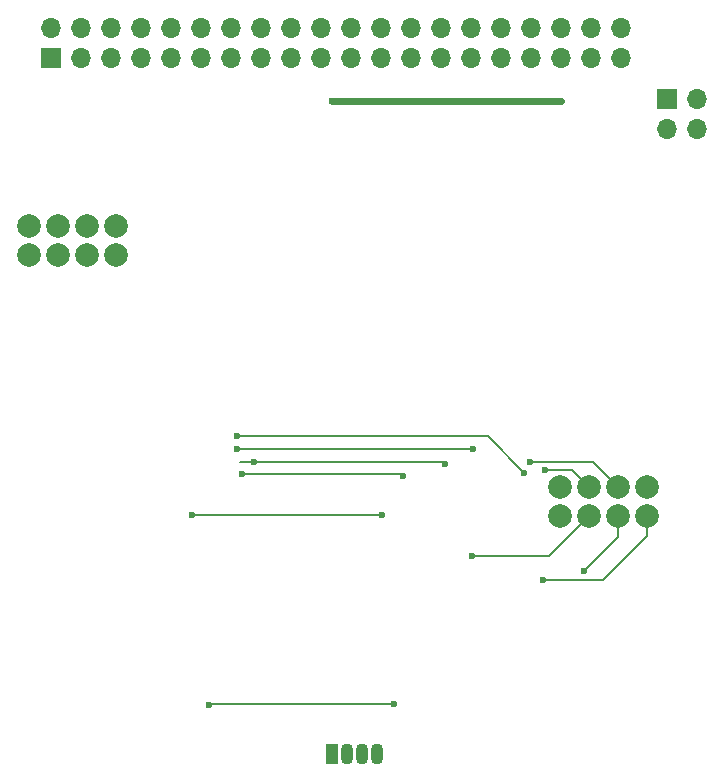
<source format=gbr>
G04 #@! TF.GenerationSoftware,KiCad,Pcbnew,8.0.2*
G04 #@! TF.CreationDate,2024-06-19T11:25:54-04:00*
G04 #@! TF.ProjectId,StringsVR-PiHat,53747269-6e67-4735-9652-2d5069486174,1*
G04 #@! TF.SameCoordinates,Original*
G04 #@! TF.FileFunction,Copper,L4,Bot*
G04 #@! TF.FilePolarity,Positive*
%FSLAX46Y46*%
G04 Gerber Fmt 4.6, Leading zero omitted, Abs format (unit mm)*
G04 Created by KiCad (PCBNEW 8.0.2) date 2024-06-19 11:25:54*
%MOMM*%
%LPD*%
G01*
G04 APERTURE LIST*
G04 #@! TA.AperFunction,ComponentPad*
%ADD10R,1.700000X1.700000*%
G04 #@! TD*
G04 #@! TA.AperFunction,ComponentPad*
%ADD11O,1.700000X1.700000*%
G04 #@! TD*
G04 #@! TA.AperFunction,ComponentPad*
%ADD12C,2.000000*%
G04 #@! TD*
G04 #@! TA.AperFunction,ComponentPad*
%ADD13R,1.070000X1.800000*%
G04 #@! TD*
G04 #@! TA.AperFunction,ComponentPad*
%ADD14O,1.070000X1.800000*%
G04 #@! TD*
G04 #@! TA.AperFunction,ViaPad*
%ADD15C,0.600000*%
G04 #@! TD*
G04 #@! TA.AperFunction,Conductor*
%ADD16C,0.600000*%
G04 #@! TD*
G04 #@! TA.AperFunction,Conductor*
%ADD17C,0.150000*%
G04 #@! TD*
G04 #@! TA.AperFunction,Conductor*
%ADD18C,0.200000*%
G04 #@! TD*
G04 APERTURE END LIST*
D10*
X175650000Y-79800000D03*
D11*
X178190000Y-79800000D03*
X175650000Y-82340000D03*
X178190000Y-82340000D03*
D12*
X128980000Y-90510000D03*
X126520000Y-90510000D03*
X124060000Y-90510000D03*
X121600000Y-90510000D03*
X129000000Y-92970000D03*
X126540000Y-92970000D03*
X124080000Y-92970000D03*
X121620000Y-92970000D03*
X166560000Y-115110000D03*
X169020000Y-115110000D03*
X171480000Y-115110000D03*
X173940000Y-115110000D03*
X166540000Y-112650000D03*
X169000000Y-112650000D03*
X171460000Y-112650000D03*
X173920000Y-112650000D03*
D13*
X147220000Y-135210000D03*
D14*
X148490000Y-135210000D03*
X149760000Y-135210000D03*
X151030000Y-135210000D03*
D10*
X123420000Y-76310000D03*
D11*
X123420000Y-73770000D03*
X125960000Y-76310000D03*
X125960000Y-73770000D03*
X128500000Y-76310000D03*
X128500000Y-73770000D03*
X131040000Y-76310000D03*
X131040000Y-73770000D03*
X133580000Y-76310000D03*
X133580000Y-73770000D03*
X136120000Y-76310000D03*
X136120000Y-73770000D03*
X138660000Y-76310000D03*
X138660000Y-73770000D03*
X141200000Y-76310000D03*
X141200000Y-73770000D03*
X143740000Y-76310000D03*
X143740000Y-73770000D03*
X146280000Y-76310000D03*
X146280000Y-73770000D03*
X148820000Y-76310000D03*
X148820000Y-73770000D03*
X151360000Y-76310000D03*
X151360000Y-73770000D03*
X153900000Y-76310000D03*
X153900000Y-73770000D03*
X156440000Y-76310000D03*
X156440000Y-73770000D03*
X158980000Y-76310000D03*
X158980000Y-73770000D03*
X161520000Y-76310000D03*
X161520000Y-73770000D03*
X164060000Y-76310000D03*
X164060000Y-73770000D03*
X166600000Y-76310000D03*
X166600000Y-73770000D03*
X169140000Y-76310000D03*
X169140000Y-73770000D03*
X171680000Y-76310000D03*
X171680000Y-73770000D03*
D15*
X166620000Y-79910000D03*
X147220000Y-79910000D03*
X152520000Y-131010000D03*
X136820000Y-131110000D03*
X164020000Y-110510000D03*
X159220000Y-109410000D03*
X139220000Y-109410000D03*
X168620000Y-119710000D03*
X153220000Y-111710000D03*
X139620000Y-111510000D03*
X139220000Y-108310000D03*
X163520000Y-111410000D03*
X165320000Y-111210000D03*
X151520000Y-115010000D03*
X159120000Y-118510000D03*
X135420000Y-115010000D03*
X165120000Y-120510000D03*
X140620000Y-110510000D03*
X156820000Y-110710000D03*
D16*
X147220000Y-79910000D02*
X166620000Y-79910000D01*
D17*
X136920000Y-131010000D02*
X136820000Y-131110000D01*
X152520000Y-131010000D02*
X136920000Y-131010000D01*
D18*
X164020000Y-110510000D02*
X169320000Y-110510000D01*
X169320000Y-110510000D02*
X171460000Y-112650000D01*
X139220000Y-109410000D02*
X159220000Y-109410000D01*
X153020000Y-111510000D02*
X153220000Y-111710000D01*
X139620000Y-111510000D02*
X153020000Y-111510000D01*
X171480000Y-116850000D02*
X171480000Y-115110000D01*
X168620000Y-119710000D02*
X171480000Y-116850000D01*
X165320000Y-111210000D02*
X167560000Y-111210000D01*
X139220000Y-108310000D02*
X160420000Y-108310000D01*
X160420000Y-108310000D02*
X163520000Y-111410000D01*
X167560000Y-111210000D02*
X169000000Y-112650000D01*
X135420000Y-115010000D02*
X151520000Y-115010000D01*
X165620000Y-118510000D02*
X169020000Y-115110000D01*
X159120000Y-118510000D02*
X165620000Y-118510000D01*
X173940000Y-116790000D02*
X173940000Y-115110000D01*
X165120000Y-120510000D02*
X170220000Y-120510000D01*
X170220000Y-120510000D02*
X173940000Y-116790000D01*
X140620000Y-110510000D02*
X139471471Y-110510000D01*
X139471471Y-110510000D02*
X156620000Y-110510000D01*
X156620000Y-110510000D02*
X156820000Y-110710000D01*
M02*

</source>
